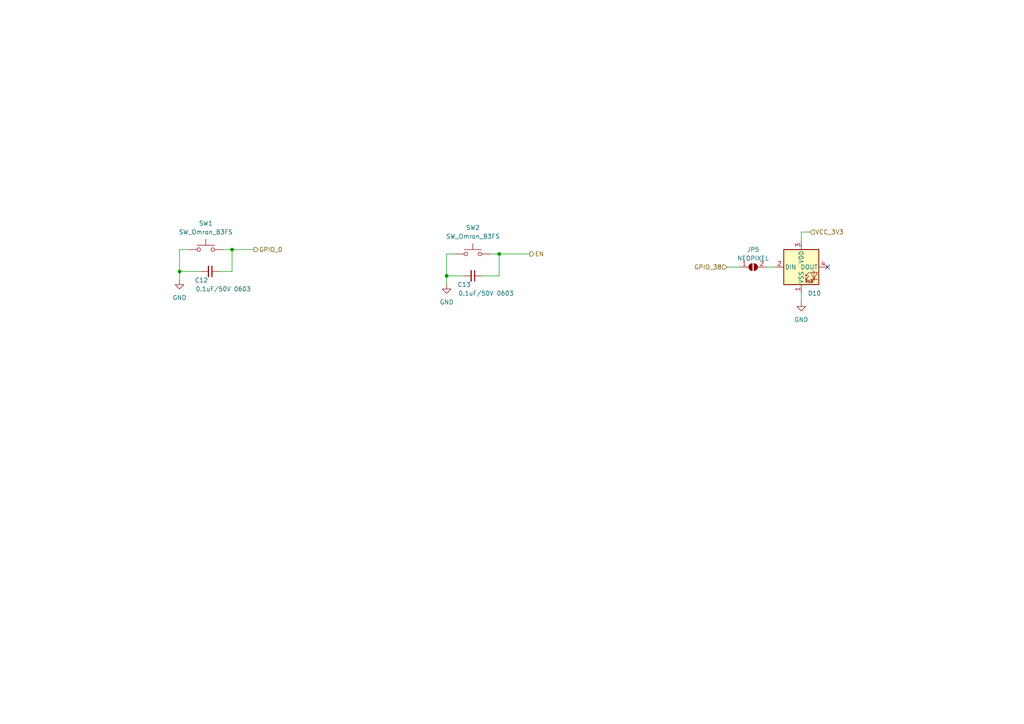
<source format=kicad_sch>
(kicad_sch (version 20230121) (generator eeschema)
  (paper "A4")
  (lib_symbols
    (symbol "Device:C_Small" (pin_numbers hide) (pin_names (offset 0.254) hide)
      (property "Reference" "C" (at 0.254 1.778 0))
      (property "Value" "C_Small" (at 0.254 -2.032 0))
      (symbol "C_Small_0_1"
        (polyline (pts (xy -1.524 -0.508) (xy 1.524 -0.508)) (stroke (width 0.3302)))
        (polyline (pts (xy -1.524 0.508) (xy 1.524 0.508)) (stroke (width 0.3048)))
      )
      (symbol "C_Small_1_1"
        (pin passive line (at 0 2.54 270) (length 2.032) (name "~") (number "1"))
        (pin passive line (at 0 -2.54 90) (length 2.032) (name "~") (number "2"))
      )
    )
    (symbol "Jumper:SolderJumper_2_Open" (pin_names (offset 0) hide)
      (property "Reference" "JP" (at 0 2.032 0))
      (property "Value" "SolderJumper_2_Open" (at 0 -2.54 0))
      (symbol "SolderJumper_2_Open_0_1"
        (arc (start -0.254 1.016) (mid -1.2656 0) (end -0.254 -1.016))
        (arc (start -0.254 1.016) (mid -1.2656 0) (end -0.254 -1.016) (fill (type outline)))
        (polyline (pts (xy -0.254 1.016) (xy -0.254 -1.016)))
        (polyline (pts (xy 0.254 1.016) (xy 0.254 -1.016)))
        (arc (start 0.254 -1.016) (mid 1.2656 0) (end 0.254 1.016))
        (arc (start 0.254 -1.016) (mid 1.2656 0) (end 0.254 1.016) (fill (type outline)))
      )
      (symbol "SolderJumper_2_Open_1_1"
        (pin passive line (at -3.81 0 0) (length 2.54) (name "A") (number "1"))
        (pin passive line (at 3.81 0 180) (length 2.54) (name "B") (number "2"))
      )
    )
    (symbol "LED:SK6812" (pin_names (offset 0.254))
      (property "Reference" "D" (at 5.08 5.715 0))
      (property "Value" "SK6812" (at 1.27 -5.715 0))
      (symbol "SK6812_0_0"
        (text "RGB" (at 2.286 -4.191 0) (effects (font (size 0.762 0.762))))
      )
      (symbol "SK6812_0_1"
        (polyline (pts (xy 1.27 -3.556) (xy 1.778 -3.556)))
        (polyline (pts (xy 1.27 -2.54) (xy 1.778 -2.54)))
        (polyline (pts (xy 4.699 -3.556) (xy 2.667 -3.556)))
        (polyline (pts (xy 2.286 -2.54) (xy 1.27 -3.556) (xy 1.27 -3.048)))
        (polyline (pts (xy 2.286 -1.524) (xy 1.27 -2.54) (xy 1.27 -2.032)))
        (polyline (pts (xy 3.683 -1.016) (xy 3.683 -3.556) (xy 3.683 -4.064)))
        (polyline (pts (xy 4.699 -1.524) (xy 2.667 -1.524) (xy 3.683 -3.556) (xy 4.699 -1.524)))
        (rectangle (start 5.08 5.08) (end -5.08 -5.08) (stroke (width 0.254)) (fill (type background)))
      )
      (symbol "SK6812_1_1"
        (pin power_in line (at 0 -7.62 90) (length 2.54) (name "VSS") (number "1"))
        (pin input line (at -7.62 0 0) (length 2.54) (name "DIN") (number "2"))
        (pin power_in line (at 0 7.62 270) (length 2.54) (name "VDD") (number "3"))
        (pin output line (at 7.62 0 180) (length 2.54) (name "DOUT") (number "4"))
      )
    )
    (symbol "Switch:SW_Omron_B3FS" (pin_numbers hide) (pin_names (offset 1.016) hide)
      (property "Reference" "SW" (at 1.27 2.54 0))
      (property "Value" "SW_Omron_B3FS" (at 0 -1.524 0))
      (symbol "SW_Omron_B3FS_0_1"
        (circle (center -2.032 0) (radius 0.508))
        (polyline (pts (xy 0 1.27) (xy 0 3.048)))
        (polyline (pts (xy 2.54 1.27) (xy -2.54 1.27)))
        (circle (center 2.032 0) (radius 0.508))
        (pin passive line (at -5.08 0 0) (length 2.54) (name "1") (number "1"))
        (pin passive line (at 5.08 0 180) (length 2.54) (name "2") (number "2"))
      )
    )
    (symbol "power:GND" (power) (pin_names (offset 0))
      (property "Value" "GND" (at 0 -3.81 0))
      (symbol "GND_0_1"
        (polyline (pts (xy 0 0) (xy 0 -1.27) (xy 1.27 -1.27) (xy 0 -2.54) (xy -1.27 -1.27) (xy 0 -1.27)))
      )
      (symbol "GND_1_1"
        (pin power_in line (at 0 0 270) (length 0) hide (name "GND") (number "1"))
      )
    )
  )
  (junction (at 67.31 72.39))
  (junction (at 52.07 78.74))
  (junction (at 144.78 73.66))
  (junction (at 129.54 80.01))
  (no_connect (at 240.03 77.47))
  (wire (pts (xy 52.07 78.74) (xy 58.42 78.74)))
  (wire (pts (xy 64.77 72.39) (xy 67.31 72.39)))
  (wire (pts (xy 52.07 72.39) (xy 54.61 72.39)))
  (wire (pts (xy 232.41 67.31) (xy 234.95 67.31)))
  (wire (pts (xy 144.78 80.01) (xy 139.7 80.01)))
  (wire (pts (xy 144.78 73.66) (xy 153.67 73.66)))
  (wire (pts (xy 67.31 72.39) (xy 73.66 72.39)))
  (wire (pts (xy 129.54 80.01) (xy 134.62 80.01)))
  (wire (pts (xy 144.78 73.66) (xy 144.78 80.01)))
  (wire (pts (xy 232.41 85.09) (xy 232.41 87.63)))
  (wire (pts (xy 142.24 73.66) (xy 144.78 73.66)))
  (wire (pts (xy 67.31 72.39) (xy 67.31 78.74)))
  (wire (pts (xy 52.07 81.28) (xy 52.07 78.74)))
  (wire (pts (xy 210.82 77.47) (xy 214.63 77.47)))
  (wire (pts (xy 232.41 67.31) (xy 232.41 69.85)))
  (wire (pts (xy 222.25 77.47) (xy 224.79 77.47)))
  (wire (pts (xy 132.08 73.66) (xy 129.54 73.66)))
  (wire (pts (xy 63.5 78.74) (xy 67.31 78.74)))
  (wire (pts (xy 129.54 73.66) (xy 129.54 80.01)))
  (wire (pts (xy 52.07 72.39) (xy 52.07 78.74)))
  (wire (pts (xy 129.54 80.01) (xy 129.54 82.55)))
  (hierarchical_label "GPIO_0" (shape output) (at 73.66 72.39 0))
  (hierarchical_label "EN" (shape output) (at 153.67 73.66 0))
  (hierarchical_label "VCC_3V3" (shape input) (at 234.95 67.31 0))
  (hierarchical_label "GPIO_38" (shape input) (at 210.82 77.47 180))
  (symbol (lib_id "Switch:SW_Omron_B3FS") (at 59.69 72.39 0) (unit 1)
    (property "Reference" "SW1" (at 59.69 64.77 0))
    (property "Value" "SW_Omron_B3FS" (at 59.69 67.31 0))
    (property "Footprint" "Button_Switch_SMD:SW_Tactile_SPST_NO_Straight_CK_PTS636Sx25SMTRLFS" (effects hide))
    (property "Datasheet" "https://omronfs.omron.com/en_US/ecb/products/pdf/en-b3fs.pdf" (effects hide))
  )
  (symbol (lib_id "power:GND") (at 129.54 82.55 0) (unit 1)
    (property "Reference" "#PWR029" (effects hide))
    (property "Value" "GND" (at 129.54 87.63 0))
  )
  (symbol (lib_id "Device:C_Small") (at 60.96 78.74 270) (unit 1)
    (property "Reference" "C12" (at 58.42 81.28 90))
    (property "Value" "0.1uF/50V 0603" (at 64.7636 83.82 90))
    (property "Footprint" "Capacitor_SMD:C_0603_1608Metric" (effects hide))
  )
  (symbol (lib_id "Device:C_Small") (at 137.16 80.01 270) (unit 1)
    (property "Reference" "C13" (at 134.62 82.55 90))
    (property "Value" "0.1uF/50V 0603" (at 140.97 85.09 90))
    (property "Footprint" "Capacitor_SMD:C_0603_1608Metric" (effects hide))
  )
  (symbol (lib_id "Switch:SW_Omron_B3FS") (at 137.16 73.66 0) (unit 1)
    (property "Reference" "SW2" (at 137.16 66.04 0))
    (property "Value" "SW_Omron_B3FS" (at 137.16 68.58 0))
    (property "Footprint" "Button_Switch_SMD:SW_Tactile_SPST_NO_Straight_CK_PTS636Sx25SMTRLFS" (effects hide))
    (property "Datasheet" "https://omronfs.omron.com/en_US/ecb/products/pdf/en-b3fs.pdf" (effects hide))
  )
  (symbol (lib_id "power:GND") (at 232.41 87.63 0) (unit 1)
    (property "Reference" "#PWR030" (effects hide))
    (property "Value" "GND" (at 232.41 92.71 0))
  )
  (symbol (lib_id "Jumper:SolderJumper_2_Open") (at 218.44 77.47 0) (unit 1)
    (property "Reference" "JP5" (at 218.44 72.39 0))
    (property "Value" "NEOPIXEL" (at 218.44 74.93 0))
    (property "Footprint" "Jumper:SolderJumper-2_P1.3mm_Open_RoundedPad1.0x1.5mm" (effects hide))
  )
  (symbol (lib_id "power:GND") (at 52.07 81.28 0) (unit 1)
    (property "Reference" "#PWR028" (effects hide))
    (property "Value" "GND" (at 52.07 86.36 0))
  )
  (symbol (lib_id "LED:SK6812") (at 232.41 77.47 0) (unit 1)
    (property "Reference" "D10" (at 236.22 85.09 0))
    (property "Value" "SK6812" (effects hide))
    (property "Footprint" "LED_SMD:LED_WS2812B_PLCC4_5.0x5.0mm_P3.2mm" (effects hide))
    (property "Datasheet" "https://cdn-shop.adafruit.com/product-files/1138/SK6812+LED+datasheet+.pdf" (effects hide))
  )
)
</source>
